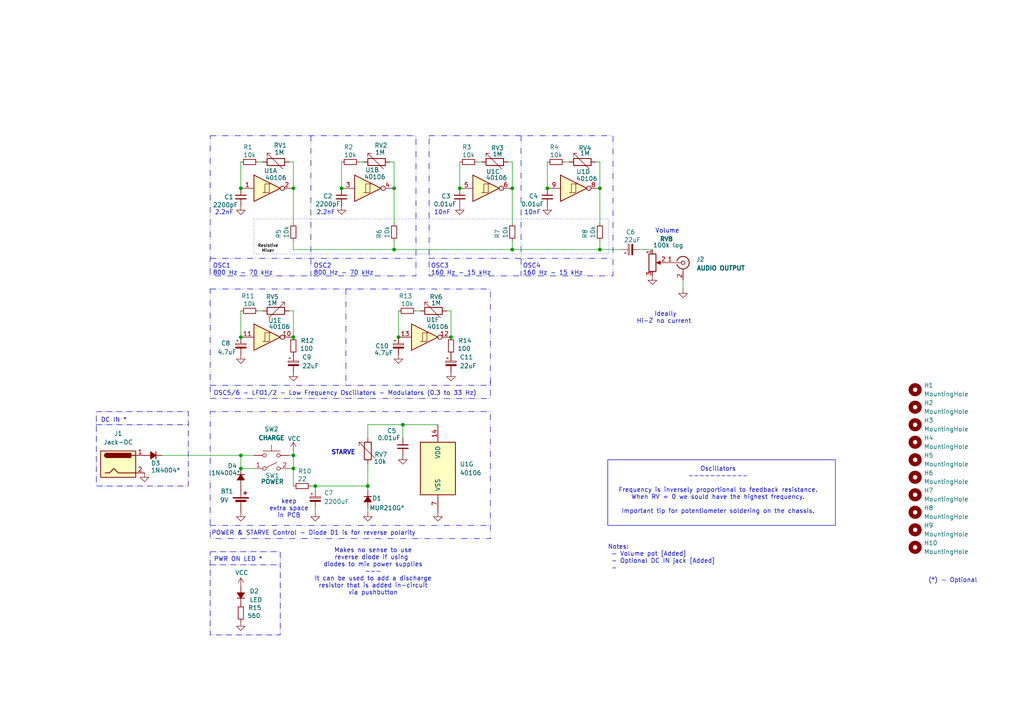
<source format=kicad_sch>
(kicad_sch (version 20250114) (generator "eeschema") (generator_version "9.0")
  (paper "A4")
  (title_block (title "CACOPHONATOR 1.1") (date "2025-01-11") (rev "1.1") (company "#pragma") (comment 1 "Miguel Miranda | Tiago Miranda") (comment 2 "https://theremin.us/Circuit_Library/cacophonator.html") (comment 3 "Original version"))
  (lib_symbols
    (symbol "4xxx:40106" (pin_names (offset 1.016))
      (property "Reference" "U" (at 0 1.27 0))
      (property "Value" "40106" (at 0 -1.27 0))
      (symbol "40106_1_0"
        (polyline (pts (xy -3.81 3.81) (xy -3.81 -3.81) (xy 3.81 0) (xy -3.81 3.81)) (stroke (width 0.254)) (fill (type background)))
        (polyline (pts (xy -1.27 -1.27) (xy 0.635 -1.27) (xy 0.635 1.27) (xy 1.27 1.27)))
        (polyline (pts (xy -0.635 -1.27) (xy -0.635 1.27) (xy 0.635 1.27)))
        (pin input line (at -7.62 0 0) (length 3.81) (name "~") (number "1"))
        (pin output inverted (at 7.62 0 180) (length 3.81) (name "~") (number "2"))
      )
      (symbol "40106_2_0"
        (polyline (pts (xy -3.81 3.81) (xy -3.81 -3.81) (xy 3.81 0) (xy -3.81 3.81)) (stroke (width 0.254)) (fill (type background)))
        (polyline (pts (xy -1.27 -1.27) (xy 0.635 -1.27) (xy 0.635 1.27) (xy 1.27 1.27)))
        (polyline (pts (xy -0.635 -1.27) (xy -0.635 1.27) (xy 0.635 1.27)))
        (pin input line (at -7.62 0 0) (length 3.81) (name "~") (number "3"))
        (pin output inverted (at 7.62 0 180) (length 3.81) (name "~") (number "4"))
      )
      (symbol "40106_3_0"
        (polyline (pts (xy -3.81 3.81) (xy -3.81 -3.81) (xy 3.81 0) (xy -3.81 3.81)) (stroke (width 0.254)) (fill (type background)))
        (polyline (pts (xy -1.27 -1.27) (xy 0.635 -1.27) (xy 0.635 1.27) (xy 1.27 1.27)))
        (polyline (pts (xy -0.635 -1.27) (xy -0.635 1.27) (xy 0.635 1.27)))
        (pin input line (at -7.62 0 0) (length 3.81) (name "~") (number "5"))
        (pin output inverted (at 7.62 0 180) (length 3.81) (name "~") (number "6"))
      )
      (symbol "40106_4_0"
        (polyline (pts (xy -3.81 3.81) (xy -3.81 -3.81) (xy 3.81 0) (xy -3.81 3.81)) (stroke (width 0.254)) (fill (type background)))
        (polyline (pts (xy -1.27 -1.27) (xy 0.635 -1.27) (xy 0.635 1.27) (xy 1.27 1.27)))
        (polyline (pts (xy -0.635 -1.27) (xy -0.635 1.27) (xy 0.635 1.27)))
        (pin input line (at -7.62 0 0) (length 3.81) (name "~") (number "9"))
        (pin output inverted (at 7.62 0 180) (length 3.81) (name "~") (number "8"))
      )
      (symbol "40106_5_0"
        (polyline (pts (xy -3.81 3.81) (xy -3.81 -3.81) (xy 3.81 0) (xy -3.81 3.81)) (stroke (width 0.254)) (fill (type background)))
        (polyline (pts (xy -1.27 -1.27) (xy 0.635 -1.27) (xy 0.635 1.27) (xy 1.27 1.27)))
        (polyline (pts (xy -0.635 -1.27) (xy -0.635 1.27) (xy 0.635 1.27)))
        (pin input line (at -7.62 0 0) (length 3.81) (name "~") (number "11"))
        (pin output inverted (at 7.62 0 180) (length 3.81) (name "~") (number "10"))
      )
      (symbol "40106_6_0"
        (polyline (pts (xy -3.81 3.81) (xy -3.81 -3.81) (xy 3.81 0) (xy -3.81 3.81)) (stroke (width 0.254)) (fill (type background)))
        (polyline (pts (xy -1.27 -1.27) (xy 0.635 -1.27) (xy 0.635 1.27) (xy 1.27 1.27)))
        (polyline (pts (xy -0.635 -1.27) (xy -0.635 1.27) (xy 0.635 1.27)))
        (pin input line (at -7.62 0 0) (length 3.81) (name "~") (number "13"))
        (pin output inverted (at 7.62 0 180) (length 3.81) (name "~") (number "12"))
      )
      (symbol "40106_7_0"
        (pin power_in line (at 0 12.7 270) (length 5.08) (name "VDD") (number "14"))
        (pin power_in line (at 0 -12.7 90) (length 5.08) (name "VSS") (number "7"))
      )
      (symbol "40106_7_1"
        (rectangle (start -5.08 7.62) (end 5.08 -7.62) (stroke (width 0.254)) (fill (type background)))
      )
    )
    (symbol "Connector:Conn_Coaxial" (pin_names (offset 1.016) (hide yes))
      (property "Reference" "J" (at 0.254 3.048 0))
      (property "Value" "Conn_Coaxial" (at 2.921 0 90))
      (symbol "Conn_Coaxial_0_1"
        (polyline (pts (xy -2.54 0) (xy -0.508 0)))
        (arc (start 1.778 0) (mid 0.222 -1.8079) (end -1.778 -0.508) (stroke (width 0.254)))
        (arc (start -1.778 0.508) (mid 0.2221 1.8084) (end 1.778 0) (stroke (width 0.254)))
        (circle (center 0 0) (radius 0.508) (stroke (width 0.2032)))
        (polyline (pts (xy 0 -2.54) (xy 0 -1.778)))
      )
      (symbol "Conn_Coaxial_1_1"
        (pin passive line (at -5.08 0 0) (length 2.54) (name "In") (number "1"))
        (pin passive line (at 0 -5.08 90) (length 2.54) (name "Ext") (number "2"))
      )
    )
    (symbol "Connector:Jack-DC" (pin_names (offset 1.016))
      (property "Reference" "J" (at 0 5.334 0))
      (property "Value" "Jack-DC" (at 0 -5.08 0))
      (symbol "Jack-DC_0_1"
        (rectangle (start -5.08 3.81) (end 5.08 -3.81) (stroke (width 0.254)) (fill (type background)))
        (polyline (pts (xy -3.81 -2.54) (xy -2.54 -2.54) (xy -1.27 -1.27) (xy 0 -2.54) (xy 2.54 -2.54) (xy 5.08 -2.54)) (stroke (width 0.254)))
        (arc (start -3.302 1.905) (mid -3.9343 2.54) (end -3.302 3.175) (stroke (width 0.254)))
        (arc (start -3.302 1.905) (mid -3.9343 2.54) (end -3.302 3.175) (stroke (width 0.254)) (fill (type outline)))
        (rectangle (start 3.683 3.175) (end -3.302 1.905) (stroke (width 0.254)) (fill (type outline)))
        (polyline (pts (xy 5.08 2.54) (xy 3.81 2.54)) (stroke (width 0.254)))
      )
      (symbol "Jack-DC_1_1"
        (pin passive line (at 7.62 2.54 180) (length 2.54) (name "~") (number "1"))
        (pin passive line (at 7.62 -2.54 180) (length 2.54) (name "~") (number "2"))
      )
    )
    (symbol "Device:Battery_Cell" (pin_numbers (hide yes)) (pin_names (offset 0) (hide yes))
      (property "Reference" "BT" (at 2.54 2.54 0))
      (property "Value" "Battery_Cell" (at 2.54 0 0))
      (symbol "Battery_Cell_0_1"
        (rectangle (start -2.286 1.778) (end 2.286 1.524) (fill (type outline)))
        (rectangle (start -1.524 1.016) (end 1.524 0.508) (fill (type outline)))
        (polyline (pts (xy 0 1.778) (xy 0 2.54)))
        (polyline (pts (xy 0 0.762) (xy 0 0)))
        (polyline (pts (xy 0.762 3.048) (xy 1.778 3.048)) (stroke (width 0.254)))
        (polyline (pts (xy 1.27 3.556) (xy 1.27 2.54)) (stroke (width 0.254)))
      )
      (symbol "Battery_Cell_1_1"
        (pin passive line (at 0 5.08 270) (length 2.54) (name "+") (number "1"))
        (pin passive line (at 0 -2.54 90) (length 2.54) (name "-") (number "2"))
      )
    )
    (symbol "Device:C_Polarized_Small" (pin_numbers (hide yes)) (pin_names (offset 0.254) (hide yes))
      (property "Reference" "C" (at 0.254 1.778 0))
      (property "Value" "C_Polarized_Small" (at 0.254 -2.032 0))
      (symbol "C_Polarized_Small_0_1"
        (rectangle (start -1.524 0.6858) (end 1.524 0.3048))
        (rectangle (start -1.524 -0.3048) (end 1.524 -0.6858) (fill (type outline)))
        (polyline (pts (xy -1.27 1.524) (xy -0.762 1.524)))
        (polyline (pts (xy -1.016 1.27) (xy -1.016 1.778)))
      )
      (symbol "C_Polarized_Small_1_1"
        (pin passive line (at 0 2.54 270) (length 1.8542) (name "~") (number "1"))
        (pin passive line (at 0 -2.54 90) (length 1.8542) (name "~") (number "2"))
      )
    )
    (symbol "Device:C_Small" (pin_numbers (hide yes)) (pin_names (offset 0.254) (hide yes))
      (property "Reference" "C" (at 0.254 1.778 0))
      (property "Value" "C_Small" (at 0.254 -2.032 0))
      (symbol "C_Small_0_1"
        (polyline (pts (xy -1.524 0.508) (xy 1.524 0.508)) (stroke (width 0.3048)))
        (polyline (pts (xy -1.524 -0.508) (xy 1.524 -0.508)) (stroke (width 0.3302)))
      )
      (symbol "C_Small_1_1"
        (pin passive line (at 0 2.54 270) (length 2.032) (name "~") (number "1"))
        (pin passive line (at 0 -2.54 90) (length 2.032) (name "~") (number "2"))
      )
    )
    (symbol "Device:D_Small_Filled" (pin_numbers (hide yes)) (pin_names (offset 0.254) (hide yes))
      (property "Reference" "D" (at -1.27 2.032 0))
      (property "Value" "D_Small_Filled" (at -3.81 -2.032 0))
      (symbol "D_Small_Filled_0_1"
        (polyline (pts (xy -0.762 0) (xy 0.762 0)))
        (polyline (pts (xy -0.762 -1.016) (xy -0.762 1.016)) (stroke (width 0.254)))
        (polyline (pts (xy 0.762 -1.016) (xy -0.762 0) (xy 0.762 1.016) (xy 0.762 -1.016)) (stroke (width 0.254)) (fill (type outline)))
      )
      (symbol "D_Small_Filled_1_1"
        (pin passive line (at -2.54 0 0) (length 1.778) (name "K") (number "1"))
        (pin passive line (at 2.54 0 180) (length 1.778) (name "A") (number "2"))
      )
    )
    (symbol "Device:R_Potentiometer" (pin_names (offset 1.016) (hide yes))
      (property "Reference" "RV" (at -4.445 0 90))
      (property "Value" "R_Potentiometer" (at -2.54 0 90))
      (symbol "R_Potentiometer_0_1"
        (rectangle (start 1.016 2.54) (end -1.016 -2.54) (stroke (width 0.254)))
        (polyline (pts (xy 1.143 0) (xy 2.286 0.508) (xy 2.286 -0.508) (xy 1.143 0)) (fill (type outline)))
        (polyline (pts (xy 2.54 0) (xy 1.524 0)))
      )
      (symbol "R_Potentiometer_1_1"
        (pin passive line (at 0 3.81 270) (length 1.27) (name "1") (number "1"))
        (pin passive line (at 0 -3.81 90) (length 1.27) (name "3") (number "3"))
        (pin passive line (at 3.81 0 180) (length 1.27) (name "2") (number "2"))
      )
    )
    (symbol "Device:R_Small" (pin_numbers (hide yes)) (pin_names (offset 0.254) (hide yes))
      (property "Reference" "R" (at 0.762 0.508 0))
      (property "Value" "R_Small" (at 0.762 -1.016 0))
      (symbol "R_Small_0_1"
        (rectangle (start -0.762 1.778) (end 0.762 -1.778) (stroke (width 0.2032)))
      )
      (symbol "R_Small_1_1"
        (pin passive line (at 0 2.54 270) (length 0.762) (name "~") (number "1"))
        (pin passive line (at 0 -2.54 90) (length 0.762) (name "~") (number "2"))
      )
    )
    (symbol "Device:R_Variable" (pin_numbers (hide yes)) (pin_names (offset 0))
      (property "Reference" "R" (at 2.54 -2.54 90))
      (property "Value" "R_Variable" (at -2.54 -1.27 90))
      (symbol "R_Variable_0_1"
        (rectangle (start -1.016 -2.54) (end 1.016 2.54) (stroke (width 0.254)))
        (polyline (pts (xy 2.54 1.524) (xy 2.54 2.54) (xy 1.524 2.54) (xy 2.54 2.54) (xy -2.032 -2.032)))
      )
      (symbol "R_Variable_1_1"
        (pin passive line (at 0 3.81 270) (length 1.27) (name "~") (number "1"))
        (pin passive line (at 0 -3.81 90) (length 1.27) (name "~") (number "2"))
      )
    )
    (symbol "Mechanical:MountingHole" (pin_names (offset 1.016)) (exclude_from_sim yes) (in_bom no)
      (property "Reference" "H" (at 0 5.08 0))
      (property "Value" "MountingHole" (at 0 3.175 0))
      (symbol "MountingHole_0_1"
        (circle (center 0 0) (radius 1.27) (stroke (width 1.27)))
      )
    )
    (symbol "Switch:SW_Push" (pin_numbers (hide yes)) (pin_names (offset 1.016) (hide yes))
      (property "Reference" "SW" (at 1.27 2.54 0))
      (property "Value" "SW_Push" (at 0 -1.524 0))
      (symbol "SW_Push_0_1"
        (circle (center -2.032 0) (radius 0.508))
        (polyline (pts (xy 0 1.27) (xy 0 3.048)))
        (circle (center 2.032 0) (radius 0.508))
        (polyline (pts (xy 2.54 1.27) (xy -2.54 1.27)))
        (pin passive line (at -5.08 0 0) (length 2.54) (name "1") (number "1"))
        (pin passive line (at 5.08 0 180) (length 2.54) (name "2") (number "2"))
      )
    )
    (symbol "Switch:SW_SPST" (pin_names (offset 0) (hide yes))
      (property "Reference" "SW" (at 0 3.175 0))
      (property "Value" "SW_SPST" (at 0 -2.54 0))
      (symbol "SW_SPST_0_0"
        (circle (center -2.032 0) (radius 0.508))
        (polyline (pts (xy -1.524 0.254) (xy 1.524 1.778)))
        (circle (center 2.032 0) (radius 0.508))
      )
      (symbol "SW_SPST_1_1"
        (pin passive line (at -5.08 0 0) (length 2.54) (name "A") (number "1"))
        (pin passive line (at 5.08 0 180) (length 2.54) (name "B") (number "2"))
      )
    )
    (symbol "power:GND" (power) (pin_numbers (hide yes)) (pin_names (offset 0) (hide yes))
      (property "Value" "GND" (at 0 -3.81 0))
      (symbol "GND_0_1"
        (polyline (pts (xy 0 0) (xy 0 -1.27) (xy 1.27 -1.27) (xy 0 -2.54) (xy -1.27 -1.27) (xy 0 -1.27)))
      )
      (symbol "GND_1_1"
        (pin power_in line (at 0 0 270) (length 0) (name "~") (number "1"))
      )
    )
    (symbol "power:VCC" (power) (pin_numbers (hide yes)) (pin_names (offset 0) (hide yes))
      (property "Value" "VCC" (at 0 3.556 0))
      (symbol "VCC_0_1"
        (polyline (pts (xy -0.762 1.27) (xy 0 2.54)))
        (polyline (pts (xy 0 2.54) (xy 0.762 1.27)))
        (polyline (pts (xy 0 0) (xy 0 2.54)))
      )
      (symbol "VCC_1_1"
        (pin power_in line (at 0 0 90) (length 0) (name "~") (number "1"))
      )
    )
  )
  (rectangle (start 176.276 133.35) (end 242.316 152.4))
  (rectangle (start 60.96 119.38) (end 142.24 156.21) (stroke (width 0) (type dash_dot_dot)))
  (rectangle (start 27.94 119.38) (end 54.61 140.97) (stroke (width 0) (type dash_dot)))
  (rectangle (start 60.96 160.02) (end 81.28 184.15) (stroke (width 0) (type dash_dot)))
  (rectangle (start 124.46 39.37) (end 177.8 80.01) (stroke (width 0) (type dash_dot_dot)))
  (rectangle (start 60.96 39.37) (end 120.65 80.01) (stroke (width 0) (type dash_dot_dot)))
  (rectangle (start 73.66 63.5) (end 176.53 73.66) (stroke (width 0) (type dot)))
  (text "Oscillators\n-----------\n\nFrequency is inversely proportional to feedback resistance.\nWhen RV = 0 we sould have the highest frequency.\n\nImportant tip for potentiometer soldering on the chassis." (at 208.28 142.24 0) (effects (font (size 1.27 1.27))))
  (text "OSC4\n160 Hz - 15 kHz" (at 151.638 78.232 0) (effects (font (size 1.27 1.27)) (justify left)))
  (text "Volume" (at 193.548 67.056 0) (effects (font (size 1.27 1.27) (thickness 0.1588))))
  (text "10nF" (at 154.432 61.722 0) (effects (font (size 1.27 1.27))))
  (text "Ideally\nHi-Z no current " (at 193.04 92.202 0) (effects (font (size 1.27 1.27))))
  (text "10nF" (at 128.27 61.722 0) (effects (font (size 1.27 1.27))))
  (text "POWER & STARVE Control - Diode D1 is for reverse polarity" (at 90.932 154.686 0) (effects (font (size 1.27 1.27))))
  (text "2.2nF" (at 65.024 61.722 0) (effects (font (size 1.27 1.27))))
  (text "(*) - Optional" (at 276.352 168.402 0) (effects (font (size 1.27 1.27))))
  (text "Resistive\nMixer" (at 77.724 72.136 0) (effects (font (size 0.889 0.889))))
  (text "DC IN *" (at 33.02 121.92 0) (effects (font (size 1.27 1.27))))
  (text "STARVE" (at 99.568 131.318 0) (effects (font (size 1.27 1.27) (thickness 0.254) (bold yes))))
  (text "keep\nextra space\nin PCB" (at 83.82 147.574 0) (effects (font (size 1.27 1.27))))
  (text "Makes no sense to use\nreverse diode if using \ndiodes to mix power supplies\n---\nIt can be used to add a discharge\nresistor that is added in-circuit\nvia pushbutton" (at 108.204 165.862 0) (effects (font (size 1.27 1.27))))
  (text "PWR ON LED *" (at 69.088 162.306 0) (effects (font (size 1.27 1.27))))
  (text "OSC1\n800 Hz - 70 kHz" (at 61.722 78.232 0) (effects (font (size 1.27 1.27)) (justify left)))
  (text "Notes:\n - Volume pot [Added]\n - Optional DC IN jack [Added]\n - " (at 176.276 161.798 0) (effects (font (size 1.27 1.27)) (justify left)))
  (text "OSC3\n160 Hz - 15 kHz" (at 124.968 78.232 0) (effects (font (size 1.27 1.27)) (justify left)))
  (text "OSC2\n800 Hz - 70 kHz" (at 90.932 78.232 0) (effects (font (size 1.27 1.27)) (justify left)))
  (text "2.2nF" (at 94.488 61.722 0) (effects (font (size 1.27 1.27))))
  (text_box "\nOSC5/6 - LFO1/2 - Low Frequency Oscillators - Modulators (0.3 to 33 Hz)" (at 60.96 83.82 0) (size 81.28 31.75) (margins 0.9525 0.9525 0.9525 0.9525) (stroke (width 0) (type dash_dot_dot)) (effects (font (size 1.27 1.27)) (justify left bottom)))
  (junction (at 91.44 140.97))
  (junction (at 106.68 140.97))
  (junction (at 114.3 54.61))
  (junction (at 69.85 135.89))
  (junction (at 85.09 135.89))
  (junction (at 85.09 54.61))
  (junction (at 148.59 54.61))
  (junction (at 69.85 132.08))
  (junction (at 130.81 97.79))
  (junction (at 133.35 54.61))
  (junction (at 69.85 54.61))
  (junction (at 148.59 72.39))
  (junction (at 115.57 97.79))
  (junction (at 158.75 54.61))
  (junction (at 85.09 97.79))
  (junction (at 99.06 54.61))
  (junction (at 85.09 132.08))
  (junction (at 173.99 72.39))
  (junction (at 114.3 72.39))
  (junction (at 116.84 123.19))
  (junction (at 69.85 97.79))
  (junction (at 173.99 54.61))
  (wire (pts (xy 106.68 147.32) (xy 106.68 148.59)))
  (wire (pts (xy 91.44 140.97) (xy 91.44 142.24)))
  (wire (pts (xy 114.3 72.39) (xy 85.09 72.39)))
  (polyline (pts (xy 151.13 39.37) (xy 151.13 80.01)) (stroke (width 0) (type dash_dot_dot)))
  (wire (pts (xy 85.09 54.61) (xy 85.09 64.77)))
  (wire (pts (xy 198.12 81.28) (xy 198.12 83.82)))
  (wire (pts (xy 106.68 134.62) (xy 106.68 140.97)))
  (wire (pts (xy 90.17 140.97) (xy 91.44 140.97)))
  (wire (pts (xy 74.93 46.99) (xy 76.2 46.99)))
  (wire (pts (xy 115.57 90.17) (xy 115.57 97.79)))
  (polyline (pts (xy 60.96 111.76) (xy 142.24 111.76)) (stroke (width 0) (type dash_dot_dot)))
  (wire (pts (xy 133.35 46.99) (xy 133.35 54.61)))
  (polyline (pts (xy 90.17 39.37) (xy 90.17 80.01)) (stroke (width 0) (type dash_dot_dot)))
  (wire (pts (xy 116.84 123.19) (xy 127 123.19)))
  (wire (pts (xy 69.85 132.08) (xy 73.66 132.08)))
  (wire (pts (xy 158.75 46.99) (xy 158.75 54.61)))
  (wire (pts (xy 148.59 46.99) (xy 148.59 54.61)))
  (wire (pts (xy 114.3 72.39) (xy 148.59 72.39)))
  (wire (pts (xy 148.59 69.85) (xy 148.59 72.39)))
  (polyline (pts (xy 60.96 163.83) (xy 81.28 163.83)) (stroke (width 0) (type dash_dot)))
  (wire (pts (xy 116.84 123.19) (xy 106.68 123.19)))
  (wire (pts (xy 130.81 90.17) (xy 130.81 97.79)))
  (polyline (pts (xy 27.94 123.19) (xy 54.61 123.19)) (stroke (width 0) (type dash_dot)))
  (wire (pts (xy 85.09 46.99) (xy 85.09 54.61)))
  (wire (pts (xy 69.85 90.17) (xy 69.85 97.79)))
  (wire (pts (xy 85.09 90.17) (xy 85.09 97.79)))
  (wire (pts (xy 99.06 46.99) (xy 99.06 54.61)))
  (wire (pts (xy 120.65 90.17) (xy 121.92 90.17)))
  (wire (pts (xy 173.99 72.39) (xy 180.34 72.39)))
  (wire (pts (xy 85.09 132.08) (xy 85.09 135.89)))
  (wire (pts (xy 163.83 46.99) (xy 165.1 46.99)))
  (wire (pts (xy 85.09 130.81) (xy 85.09 132.08)))
  (wire (pts (xy 106.68 142.24) (xy 106.68 140.97)))
  (wire (pts (xy 173.99 54.61) (xy 173.99 64.77)))
  (wire (pts (xy 83.82 132.08) (xy 85.09 132.08)))
  (polyline (pts (xy 124.46 74.93) (xy 177.8 74.93)) (stroke (width 0) (type dash_dot_dot)))
  (wire (pts (xy 173.99 69.85) (xy 173.99 72.39)))
  (wire (pts (xy 114.3 54.61) (xy 114.3 64.77)))
  (wire (pts (xy 104.14 46.99) (xy 105.41 46.99)))
  (polyline (pts (xy 100.33 83.82) (xy 100.33 111.76)) (stroke (width 0) (type dash_dot_dot)))
  (wire (pts (xy 129.54 90.17) (xy 130.81 90.17)))
  (wire (pts (xy 116.84 123.19) (xy 116.84 127)))
  (wire (pts (xy 85.09 72.39) (xy 85.09 69.85)))
  (wire (pts (xy 69.85 132.08) (xy 69.85 135.89)))
  (wire (pts (xy 138.43 46.99) (xy 139.7 46.99)))
  (wire (pts (xy 172.72 46.99) (xy 173.99 46.99)))
  (wire (pts (xy 106.68 123.19) (xy 106.68 127)))
  (polyline (pts (xy 60.96 74.93) (xy 120.65 74.93)) (stroke (width 0) (type dash_dot_dot)))
  (wire (pts (xy 173.99 72.39) (xy 148.59 72.39)))
  (wire (pts (xy 46.99 132.08) (xy 69.85 132.08)))
  (wire (pts (xy 173.99 46.99) (xy 173.99 54.61)))
  (wire (pts (xy 83.82 90.17) (xy 85.09 90.17)))
  (wire (pts (xy 91.44 140.97) (xy 106.68 140.97)))
  (wire (pts (xy 83.82 46.99) (xy 85.09 46.99)))
  (wire (pts (xy 185.42 72.39) (xy 189.23 72.39)))
  (wire (pts (xy 91.44 147.32) (xy 91.44 148.59)))
  (polyline (pts (xy 60.96 152.4) (xy 142.24 152.4)) (stroke (width 0) (type dash_dot_dot)))
  (wire (pts (xy 147.32 46.99) (xy 148.59 46.99)))
  (polyline (pts (xy 142.24 110.49) (xy 142.24 111.76)))
  (wire (pts (xy 148.59 54.61) (xy 148.59 64.77)))
  (wire (pts (xy 114.3 46.99) (xy 114.3 54.61)))
  (wire (pts (xy 85.09 135.89) (xy 85.09 140.97)))
  (wire (pts (xy 113.03 46.99) (xy 114.3 46.99)))
  (wire (pts (xy 74.93 90.17) (xy 76.2 90.17)))
  (wire (pts (xy 69.85 135.89) (xy 73.66 135.89)))
  (wire (pts (xy 83.82 135.89) (xy 85.09 135.89)))
  (wire (pts (xy 69.85 46.99) (xy 69.85 54.61)))
  (wire (pts (xy 114.3 69.85) (xy 114.3 72.39)))
  (symbol (lib_id "Device:C_Polarized_Small") (at 182.88 72.39 90) (unit 1)
    (property "Reference" "C6" (at 182.88 67.31 90))
    (property "Value" "22uF" (at 183.388 69.596 90))
    (property "Footprint" "Capacitor_THT:CP_Radial_D4.0mm_P2.00mm" (effects (hide yes)))
    (property "Description" "Polarized capacitor, small symbol" (effects (hide yes)))
  )
  (symbol (lib_id "Mechanical:MountingHole") (at 265.43 123.19 0) (unit 1) (exclude_from_sim yes) (in_bom no)
    (property "Reference" "H3" (at 267.97 121.9199 0) (effects (justify left)))
    (property "Value" "MountingHole" (at 267.97 124.4599 0) (effects (justify left)))
    (property "Footprint" "MountingHole:MountingHole_3.2mm_M3_ISO7380_Pad" (effects (hide yes)))
    (property "Description" "Mounting Hole without connection" (effects (hide yes)))
  )
  (symbol (lib_id "Device:D_Small_Filled") (at 44.45 132.08 180) (unit 1)
    (property "Reference" "D3" (at 46.482 134.366 0) (effects (justify left)))
    (property "Value" "1N4004*" (at 52.324 136.398 0) (effects (justify left)))
    (property "Footprint" "Diode_THT:D_DO-35_SOD27_P7.62mm_Horizontal" (effects (hide yes)))
    (property "Description" "Diode, small symbol, filled shape" (effects (hide yes)))
    (property "Sim.Device" "D" (effects (hide yes)))
    (property "Sim.Pins" "1=K 2=A" (effects (hide yes)))
  )
  (symbol (lib_id "Device:R_Small") (at 85.09 100.33 180) (unit 1)
    (property "Reference" "R12" (at 89.154 98.806 0))
    (property "Value" "100" (at 88.9 101.092 0))
    (property "Footprint" "Resistor_THT:R_Axial_DIN0204_L3.6mm_D1.6mm_P5.08mm_Horizontal" (effects (hide yes)))
    (property "Description" "Resistor, small symbol" (effects (hide yes)))
  )
  (symbol (lib_id "Device:R_Small") (at 118.11 90.17 90) (unit 1)
    (property "Reference" "R13" (at 117.602 85.852 90))
    (property "Value" "10k" (at 118.11 88.138 90))
    (property "Footprint" "Resistor_THT:R_Axial_DIN0204_L3.6mm_D1.6mm_P5.08mm_Horizontal" (effects (hide yes)))
    (property "Description" "Resistor, small symbol" (effects (hide yes)))
  )
  (symbol (lib_id "Device:R_Small") (at 135.89 46.99 90) (unit 1)
    (property "Reference" "R3" (at 135.382 42.672 90))
    (property "Value" "10k" (at 135.89 44.958 90))
    (property "Footprint" "Resistor_THT:R_Axial_DIN0204_L3.6mm_D1.6mm_P5.08mm_Horizontal" (effects (hide yes)))
    (property "Description" "Resistor, small symbol" (effects (hide yes)))
  )
  (symbol (lib_id "Device:R_Small") (at 101.6 46.99 90) (unit 1)
    (property "Reference" "R2" (at 101.092 42.672 90))
    (property "Value" "10k" (at 101.6 44.958 90))
    (property "Footprint" "Resistor_THT:R_Axial_DIN0204_L3.6mm_D1.6mm_P5.08mm_Horizontal" (effects (hide yes)))
    (property "Description" "Resistor, small symbol" (effects (hide yes)))
  )
  (symbol (lib_id "Device:R_Small") (at 72.39 90.17 90) (unit 1)
    (property "Reference" "R11" (at 71.882 85.852 90))
    (property "Value" "10k" (at 72.39 88.138 90))
    (property "Footprint" "Resistor_THT:R_Axial_DIN0204_L3.6mm_D1.6mm_P5.08mm_Horizontal" (effects (hide yes)))
    (property "Description" "Resistor, small symbol" (effects (hide yes)))
  )
  (symbol (lib_id "power:GND") (at 106.68 148.59 0) (unit 1)
    (property "Reference" "#PWR011" (effects (hide yes)))
    (property "Value" "GND" (effects (hide yes)))
    (property "Description" "Power symbol creates a global label with name \"GND\" , ground" (effects (hide yes)))
  )
  (symbol (lib_id "Device:R_Small") (at 69.85 177.8 180) (unit 1)
    (property "Reference" "R15" (at 73.914 176.276 0))
    (property "Value" "560" (at 73.66 178.562 0))
    (property "Footprint" "Resistor_THT:R_Axial_DIN0204_L3.6mm_D1.6mm_P5.08mm_Horizontal" (effects (hide yes)))
    (property "Description" "Resistor, small symbol" (effects (hide yes)))
  )
  (symbol (lib_id "Device:R_Small") (at 173.99 67.31 180) (unit 1)
    (property "Reference" "R8" (at 169.672 67.818 90))
    (property "Value" "10k" (at 171.958 67.31 90))
    (property "Footprint" "Resistor_THT:R_Axial_DIN0204_L3.6mm_D1.6mm_P5.08mm_Horizontal" (effects (hide yes)))
    (property "Description" "Resistor, small symbol" (effects (hide yes)))
  )
  (symbol (lib_id "Device:R_Small") (at 130.81 100.33 180) (unit 1)
    (property "Reference" "R14" (at 134.874 98.806 0))
    (property "Value" "100" (at 134.62 101.092 0))
    (property "Footprint" "Resistor_THT:R_Axial_DIN0204_L3.6mm_D1.6mm_P5.08mm_Horizontal" (effects (hide yes)))
    (property "Description" "Resistor, small symbol" (effects (hide yes)))
  )
  (symbol (lib_id "Device:R_Small") (at 85.09 67.31 180) (unit 1)
    (property "Reference" "R5" (at 80.772 67.818 90))
    (property "Value" "10k" (at 83.058 67.31 90))
    (property "Footprint" "Resistor_THT:R_Axial_DIN0204_L3.6mm_D1.6mm_P5.08mm_Horizontal" (effects (hide yes)))
    (property "Description" "Resistor, small symbol" (effects (hide yes)))
  )
  (symbol (lib_id "Device:C_Small") (at 69.85 57.15 0) (unit 1)
    (property "Reference" "C1" (at 65.024 57.15 0) (effects (justify left)))
    (property "Value" "2200pF" (at 61.722 59.436 0) (effects (justify left)))
    (property "Footprint" "Capacitor_THT:C_Disc_D7.0mm_W2.5mm_P5.00mm" (effects (hide yes)))
    (property "Description" "Unpolarized capacitor, small symbol" (effects (hide yes)))
  )
  (symbol (lib_id "Device:Battery_Cell") (at 69.85 146.05 0) (unit 1)
    (property "Reference" "BT1" (at 64.008 142.494 0) (effects (justify left)))
    (property "Value" "9V" (at 63.754 145.034 0) (effects (justify left)))
    (property "Footprint" "Connector_JST:JST_PH_B2B-PH-K_1x02_P2.00mm_Vertical" (effects (hide yes)))
    (property "Description" "Single-cell battery" (effects (hide yes)))
  )
  (symbol (lib_id "power:GND") (at 115.57 102.87 0) (unit 1)
    (property "Reference" "#PWR06" (effects (hide yes)))
    (property "Value" "GND" (effects (hide yes)))
    (property "Description" "Power symbol creates a global label with name \"GND\" , ground" (effects (hide yes)))
  )
  (symbol (lib_id "Device:C_Small") (at 158.75 57.15 0) (unit 1)
    (property "Reference" "C4" (at 153.416 56.896 0) (effects (justify left)))
    (property "Value" "0.01uF" (at 151.13 59.182 0) (effects (justify left)))
    (property "Footprint" "Capacitor_THT:C_Disc_D7.0mm_W2.5mm_P5.00mm" (effects (hide yes)))
    (property "Description" "Unpolarized capacitor, small symbol" (effects (hide yes)))
  )
  (symbol (lib_id "Mechanical:MountingHole") (at 265.43 158.75 0) (unit 1) (exclude_from_sim yes) (in_bom no)
    (property "Reference" "H10" (at 267.97 157.4799 0) (effects (justify left)))
    (property "Value" "MountingHole" (at 267.97 160.0199 0) (effects (justify left)))
    (property "Footprint" "MountingHole:MountingHole_3.2mm_M3_ISO7380_Pad" (effects (hide yes)))
    (property "Description" "Mounting Hole without connection" (effects (hide yes)))
  )
  (symbol (lib_id "Switch:SW_SPST") (at 78.74 135.89 0) (unit 1)
    (property "Reference" "SW1" (at 78.994 137.922 0))
    (property "Value" "POWER" (at 78.994 139.7 0) (effects (font (thickness 0.254) (bold yes))))
    (property "Footprint" "Connector_JST:JST_PH_B2B-PH-K_1x02_P2.00mm_Vertical" (effects (hide yes)))
    (property "Description" "Single Pole Single Throw (SPST) switch" (effects (hide yes)))
  )
  (symbol (lib_id "power:GND") (at 69.85 148.59 0) (unit 1)
    (property "Reference" "#PWR09" (effects (hide yes)))
    (property "Value" "GND" (effects (hide yes)))
    (property "Description" "Power symbol creates a global label with name \"GND\" , ground" (effects (hide yes)))
  )
  (symbol (lib_id "power:GND") (at 69.85 59.69 0) (unit 1)
    (property "Reference" "#PWR01" (effects (hide yes)))
    (property "Value" "GND" (effects (hide yes)))
    (property "Description" "Power symbol creates a global label with name \"GND\" , ground" (effects (hide yes)))
  )
  (symbol (lib_id "Device:R_Small") (at 148.59 67.31 180) (unit 1)
    (property "Reference" "R7" (at 144.272 67.818 90))
    (property "Value" "10k" (at 146.558 67.31 90))
    (property "Footprint" "Resistor_THT:R_Axial_DIN0204_L3.6mm_D1.6mm_P5.08mm_Horizontal" (effects (hide yes)))
    (property "Description" "Resistor, small symbol" (effects (hide yes)))
  )
  (symbol (lib_id "power:VCC") (at 69.85 170.18 0) (unit 1)
    (property "Reference" "#PWR018" (effects (hide yes)))
    (property "Value" "VCC" (at 70.104 166.116 0))
    (property "Description" "Power symbol creates a global label with name \"VCC\"" (effects (hide yes)))
  )
  (symbol (lib_id "Device:C_Small") (at 99.06 57.15 0) (unit 1)
    (property "Reference" "C2" (at 93.726 56.896 0) (effects (justify left)))
    (property "Value" "2200pF" (at 91.44 59.182 0) (effects (justify left)))
    (property "Footprint" "Capacitor_THT:C_Disc_D7.0mm_W2.5mm_P5.00mm" (effects (hide yes)))
    (property "Description" "Unpolarized capacitor, small symbol" (effects (hide yes)))
  )
  (symbol (lib_id "Device:C_Polarized_Small") (at 85.09 105.41 0) (unit 1)
    (property "Reference" "C9" (at 87.63 103.5938 0) (effects (justify left)))
    (property "Value" "22uF" (at 87.63 106.1338 0) (effects (justify left)))
    (property "Footprint" "Capacitor_THT:CP_Radial_D7.5mm_P2.50mm" (effects (hide yes)))
    (property "Description" "Polarized capacitor, small symbol" (effects (hide yes)))
  )
  (symbol (lib_id "Device:C_Polarized_Small") (at 91.44 144.78 0) (unit 1)
    (property "Reference" "C7" (at 93.98 142.9638 0) (effects (justify left)))
    (property "Value" "2200uF" (at 93.98 145.5038 0) (effects (justify left)))
    (property "Footprint" "Capacitor_THT:CP_Radial_D10.0mm_P5.00mm" (effects (hide yes)))
    (property "Description" "Polarized capacitor, small symbol" (effects (hide yes)))
  )
  (symbol (lib_id "4xxx:40106") (at 123.19 97.79 0) (unit 6)
    (property "Reference" "U1" (at 125.476 92.71 0))
    (property "Value" "40106" (at 127 94.742 0))
    (property "Footprint" "Package_DIP:DIP-14_W7.62mm" (effects (hide yes)))
    (property "Datasheet" "https://assets.nexperia.com/documents/data-sheet/HEF40106B.pdf" (effects (hide yes)))
    (property "Description" "Hex Schmitt trigger inverter" (effects (hide yes)))
  )
  (symbol (lib_id "Mechanical:MountingHole") (at 265.43 143.51 0) (unit 1) (exclude_from_sim yes) (in_bom no)
    (property "Reference" "H7" (at 267.97 142.2399 0) (effects (justify left)))
    (property "Value" "MountingHole" (at 267.97 144.7799 0) (effects (justify left)))
    (property "Footprint" "MountingHole:MountingHole_3.2mm_M3_ISO7380_Pad" (effects (hide yes)))
    (property "Description" "Mounting Hole without connection" (effects (hide yes)))
  )
  (symbol (lib_id "Connector:Jack-DC") (at 34.29 134.62 0) (unit 1)
    (property "Reference" "J1" (at 34.29 125.73 0))
    (property "Value" "Jack-DC" (at 34.29 128.27 0))
    (property "Footprint" "Connector_JST:JST_PH_B2B-PH-K_1x02_P2.00mm_Vertical" (effects (hide yes)))
    (property "Description" "DC Barrel Jack" (effects (hide yes)))
  )
  (symbol (lib_id "Device:R_Small") (at 161.29 46.99 90) (unit 1)
    (property "Reference" "R4" (at 160.782 42.672 90))
    (property "Value" "10k" (at 161.29 44.958 90))
    (property "Footprint" "Resistor_THT:R_Axial_DIN0204_L3.6mm_D1.6mm_P5.08mm_Horizontal" (effects (hide yes)))
    (property "Description" "Resistor, small symbol" (effects (hide yes)))
  )
  (symbol (lib_id "Device:C_Polarized_Small") (at 69.85 100.33 0) (unit 1)
    (property "Reference" "C8" (at 66.802 99.568 0) (effects (justify right)))
    (property "Value" "4.7uF" (at 68.58 102.108 0) (effects (justify right)))
    (property "Footprint" "Capacitor_THT:CP_Radial_D4.0mm_P2.00mm" (effects (hide yes)))
    (property "Description" "Polarized capacitor, small symbol" (effects (hide yes)))
  )
  (symbol (lib_id "power:GND") (at 91.44 148.59 0) (unit 1)
    (property "Reference" "#PWR010" (effects (hide yes)))
    (property "Value" "GND" (effects (hide yes)))
    (property "Description" "Power symbol creates a global label with name \"GND\" , ground" (effects (hide yes)))
  )
  (symbol (lib_id "Device:R_Small") (at 72.39 46.99 90) (unit 1)
    (property "Reference" "R1" (at 71.882 42.672 90))
    (property "Value" "10k" (at 72.39 44.958 90))
    (property "Footprint" "Resistor_THT:R_Axial_DIN0204_L3.6mm_D1.6mm_P5.08mm_Horizontal" (effects (hide yes)))
    (property "Description" "Resistor, small symbol" (effects (hide yes)))
  )
  (symbol (lib_id "4xxx:40106") (at 140.97 54.61 0) (unit 3)
    (property "Reference" "U1" (at 143.002 49.784 0))
    (property "Value" "40106" (at 144.018 51.562 0))
    (property "Footprint" "Package_DIP:DIP-14_W7.62mm" (effects (hide yes)))
    (property "Datasheet" "https://assets.nexperia.com/documents/data-sheet/HEF40106B.pdf" (effects (hide yes)))
    (property "Description" "Hex Schmitt trigger inverter" (effects (hide yes)))
  )
  (symbol (lib_id "Mechanical:MountingHole") (at 265.43 128.27 0) (unit 1) (exclude_from_sim yes) (in_bom no)
    (property "Reference" "H4" (at 267.97 126.9999 0) (effects (justify left)))
    (property "Value" "MountingHole" (at 267.97 129.5399 0) (effects (justify left)))
    (property "Footprint" "MountingHole:MountingHole_3.2mm_M3_ISO7380_Pad" (effects (hide yes)))
    (property "Description" "Mounting Hole without connection" (effects (hide yes)))
  )
  (symbol (lib_id "Device:R_Variable") (at 106.68 130.81 0) (mirror y) (unit 1)
    (property "Reference" "RV7" (at 110.49 131.826 0))
    (property "Value" "10k" (at 110.236 133.858 0))
    (property "Footprint" "Connector_JST:JST_PH_B2B-PH-K_1x02_P2.00mm_Vertical" (effects (hide yes)))
    (property "Description" "Variable resistor" (effects (hide yes)))
  )
  (symbol (lib_id "Device:D_Small_Filled") (at 106.68 144.78 270) (unit 1)
    (property "Reference" "D1" (at 107.95 144.526 90) (effects (justify left)))
    (property "Value" "MUR210G*" (at 107.188 147.32 90) (effects (justify left)))
    (property "Footprint" "Diode_THT:D_DO-35_SOD27_P7.62mm_Horizontal" (effects (hide yes)))
    (property "Description" "Diode, small symbol, filled shape" (effects (hide yes)))
    (property "Sim.Device" "D" (effects (hide yes)))
    (property "Sim.Pins" "1=K 2=A" (effects (hide yes)))
  )
  (symbol (lib_id "Device:R_Small") (at 87.63 140.97 90) (unit 1)
    (property "Reference" "R10" (at 88.392 136.652 90))
    (property "Value" "22" (at 87.63 138.938 90))
    (property "Footprint" "Resistor_THT:R_Axial_DIN0204_L3.6mm_D1.6mm_P5.08mm_Horizontal" (effects (hide yes)))
    (property "Description" "Resistor, small symbol" (effects (hide yes)))
  )
  (symbol (lib_id "Device:R_Variable") (at 125.73 90.17 90) (unit 1)
    (property "Reference" "RV6" (at 126.492 86.106 90))
    (property "Value" "1M" (at 126.492 87.884 90))
    (property "Footprint" "Connector_JST:JST_PH_B2B-PH-K_1x02_P2.00mm_Vertical" (effects (hide yes)))
    (property "Description" "Variable resistor" (effects (hide yes)))
  )
  (symbol (lib_id "Device:C_Polarized_Small") (at 130.81 105.41 0) (unit 1)
    (property "Reference" "C11" (at 133.35 103.5938 0) (effects (justify left)))
    (property "Value" "22uF" (at 133.35 106.1338 0) (effects (justify left)))
    (property "Footprint" "Capacitor_THT:CP_Radial_D7.5mm_P2.50mm" (effects (hide yes)))
    (property "Description" "Polarized capacitor, small symbol" (effects (hide yes)))
  )
  (symbol (lib_id "Device:D_Small_Filled") (at 69.85 172.72 90) (unit 1)
    (property "Reference" "D2" (at 72.39 171.4499 90) (effects (justify right)))
    (property "Value" "LED" (at 72.39 173.9899 90) (effects (justify right)))
    (property "Footprint" "Connector_JST:JST_PH_B2B-PH-K_1x02_P2.00mm_Vertical" (effects (hide yes)))
    (property "Description" "Diode, small symbol, filled shape" (effects (hide yes)))
    (property "Sim.Device" "D" (effects (hide yes)))
    (property "Sim.Pins" "1=K 2=A" (effects (hide yes)))
  )
  (symbol (lib_id "power:GND") (at 41.91 137.16 0) (unit 1)
    (property "Reference" "#PWR021" (effects (hide yes)))
    (property "Value" "GND" (effects (hide yes)))
    (property "Description" "Power symbol creates a global label with name \"GND\" , ground" (effects (hide yes)))
  )
  (symbol (lib_id "4xxx:40106") (at 166.37 54.61 0) (unit 4)
    (property "Reference" "U1" (at 169.164 49.784 0))
    (property "Value" "40106" (at 170.18 51.816 0))
    (property "Footprint" "Package_DIP:DIP-14_W7.62mm" (effects (hide yes)))
    (property "Datasheet" "https://assets.nexperia.com/documents/data-sheet/HEF40106B.pdf" (effects (hide yes)))
    (property "Description" "Hex Schmitt trigger inverter" (effects (hide yes)))
  )
  (symbol (lib_id "Device:R_Variable") (at 168.91 46.99 90) (unit 1)
    (property "Reference" "RV4" (at 169.672 42.926 90))
    (property "Value" "1M" (at 169.672 44.45 90))
    (property "Footprint" "Connector_JST:JST_PH_B2B-PH-K_1x02_P2.00mm_Vertical" (effects (hide yes)))
    (property "Description" "Variable resistor" (effects (hide yes)))
  )
  (symbol (lib_id "Device:D_Small_Filled") (at 69.85 138.43 270) (unit 1)
    (property "Reference" "D4" (at 66.04 135.128 90) (effects (justify left)))
    (property "Value" "1N4004*" (at 61.214 137.16 90) (effects (justify left)))
    (property "Footprint" "Diode_THT:D_DO-35_SOD27_P7.62mm_Horizontal" (effects (hide yes)))
    (property "Description" "Diode, small symbol, filled shape" (effects (hide yes)))
    (property "Sim.Device" "D" (effects (hide yes)))
    (property "Sim.Pins" "1=K 2=A" (effects (hide yes)))
  )
  (symbol (lib_id "Device:R_Variable") (at 143.51 46.99 90) (unit 1)
    (property "Reference" "RV3" (at 144.272 42.926 90))
    (property "Value" "1M" (at 144.272 44.704 90))
    (property "Footprint" "Connector_JST:JST_PH_B2B-PH-K_1x02_P2.00mm_Vertical" (effects (hide yes)))
    (property "Description" "Variable resistor" (effects (hide yes)))
  )
  (symbol (lib_id "Mechanical:MountingHole") (at 265.43 138.43 0) (unit 1) (exclude_from_sim yes) (in_bom no)
    (property "Reference" "H6" (at 267.97 137.1599 0) (effects (justify left)))
    (property "Value" "MountingHole" (at 267.97 139.6999 0) (effects (justify left)))
    (property "Footprint" "MountingHole:MountingHole_3.2mm_M3_ISO7380_Pad" (effects (hide yes)))
    (property "Description" "Mounting Hole without connection" (effects (hide yes)))
  )
  (symbol (lib_id "Mechanical:MountingHole") (at 265.43 133.35 0) (unit 1) (exclude_from_sim yes) (in_bom no)
    (property "Reference" "H5" (at 267.97 132.0799 0) (effects (justify left)))
    (property "Value" "MountingHole" (at 267.97 134.6199 0) (effects (justify left)))
    (property "Footprint" "MountingHole:MountingHole_3.2mm_M3_ISO7380_Pad" (effects (hide yes)))
    (property "Description" "Mounting Hole without connection" (effects (hide yes)))
  )
  (symbol (lib_id "4xxx:40106") (at 77.47 97.79 0) (unit 5)
    (property "Reference" "U1" (at 79.756 92.964 0))
    (property "Value" "40106" (at 81.026 94.742 0))
    (property "Footprint" "Package_DIP:DIP-14_W7.62mm" (effects (hide yes)))
    (property "Datasheet" "https://assets.nexperia.com/documents/data-sheet/HEF40106B.pdf" (effects (hide yes)))
    (property "Description" "Hex Schmitt trigger inverter" (effects (hide yes)))
  )
  (symbol (lib_id "Mechanical:MountingHole") (at 265.43 153.67 0) (unit 1) (exclude_from_sim yes) (in_bom no)
    (property "Reference" "H9" (at 267.97 152.3999 0) (effects (justify left)))
    (property "Value" "MountingHole" (at 267.97 154.9399 0) (effects (justify left)))
    (property "Footprint" "MountingHole:MountingHole_3.2mm_M3_ISO7380_Pad" (effects (hide yes)))
    (property "Description" "Mounting Hole without connection" (effects (hide yes)))
  )
  (symbol (lib_id "Device:R_Potentiometer") (at 189.23 76.2 0) (unit 1)
    (property "Reference" "RV8" (at 193.294 69.342 0) (effects (font (thickness 0.254) (bold yes))))
    (property "Value" "100k log" (at 193.802 71.12 0))
    (property "Footprint" "Connector_JST:JST_PH_B3B-PH-K_1x03_P2.00mm_Vertical" (effects (hide yes)))
    (property "Description" "Potentiometer" (effects (hide yes)))
  )
  (symbol (lib_id "Switch:SW_Push") (at 78.74 132.08 0) (unit 1)
    (property "Reference" "SW2" (at 78.74 124.46 0))
    (property "Value" "CHARGE" (at 78.74 127 0) (effects (font (thickness 0.254) (bold yes))))
    (property "Footprint" "Connector_JST:JST_PH_B2B-PH-K_1x02_P2.00mm_Vertical" (effects (hide yes)))
    (property "Description" "Push button switch, generic, two pins" (effects (hide yes)))
  )
  (symbol (lib_id "Device:C_Polarized_Small") (at 115.57 100.33 0) (unit 1)
    (property "Reference" "C10" (at 112.776 100.33 0) (effects (justify right)))
    (property "Value" "4.7uF" (at 114.046 102.362 0) (effects (justify right)))
    (property "Footprint" "Capacitor_THT:CP_Radial_D4.0mm_P2.00mm" (effects (hide yes)))
    (property "Description" "Polarized capacitor, small symbol" (effects (hide yes)))
  )
  (symbol (lib_id "power:GND") (at 158.75 59.69 0) (unit 1)
    (property "Reference" "#PWR04" (effects (hide yes)))
    (property "Value" "GND" (effects (hide yes)))
    (property "Description" "Power symbol creates a global label with name \"GND\" , ground" (effects (hide yes)))
  )
  (symbol (lib_id "Mechanical:MountingHole") (at 265.43 113.03 0) (unit 1) (exclude_from_sim yes) (in_bom no)
    (property "Reference" "H1" (at 267.97 111.7599 0) (effects (justify left)))
    (property "Value" "MountingHole" (at 267.97 114.2999 0) (effects (justify left)))
    (property "Footprint" "MountingHole:MountingHole_3.2mm_M3_ISO7380_Pad" (effects (hide yes)))
    (property "Description" "Mounting Hole without connection" (effects (hide yes)))
  )
  (symbol (lib_id "Device:R_Variable") (at 109.22 46.99 90) (unit 1)
    (property "Reference" "RV2" (at 110.49 42.164 90))
    (property "Value" "1M" (at 110.236 44.196 90))
    (property "Footprint" "Connector_JST:JST_PH_B2B-PH-K_1x02_P2.00mm_Vertical" (effects (hide yes)))
    (property "Description" "Variable resistor" (effects (hide yes)))
  )
  (symbol (lib_id "power:GND") (at 127 148.59 0) (unit 1)
    (property "Reference" "#PWR012" (effects (hide yes)))
    (property "Value" "GND" (effects (hide yes)))
    (property "Description" "Power symbol creates a global label with name \"GND\" , ground" (effects (hide yes)))
  )
  (symbol (lib_id "Mechanical:MountingHole") (at 265.43 148.59 0) (unit 1) (exclude_from_sim yes) (in_bom no)
    (property "Reference" "H8" (at 267.97 147.3199 0) (effects (justify left)))
    (property "Value" "MountingHole" (at 267.97 149.8599 0) (effects (justify left)))
    (property "Footprint" "MountingHole:MountingHole_3.2mm_M3_ISO7380_Pad" (effects (hide yes)))
    (property "Description" "Mounting Hole without connection" (effects (hide yes)))
  )
  (symbol (lib_id "Device:R_Variable") (at 80.01 90.17 270) (mirror x) (unit 1)
    (property "Reference" "RV5" (at 78.994 86.106 90))
    (property "Value" "1M" (at 78.994 87.884 90))
    (property "Footprint" "Connector_JST:JST_PH_B2B-PH-K_1x02_P2.00mm_Vertical" (effects (hide yes)))
    (property "Description" "Variable resistor" (effects (hide yes)))
  )
  (symbol (lib_id "power:GND") (at 116.84 132.08 0) (unit 1)
    (property "Reference" "#PWR013" (effects (hide yes)))
    (property "Value" "GND" (effects (hide yes)))
    (property "Description" "Power symbol creates a global label with name \"GND\" , ground" (effects (hide yes)))
  )
  (symbol (lib_id "Mechanical:MountingHole") (at 265.43 118.11 0) (unit 1) (exclude_from_sim yes) (in_bom no)
    (property "Reference" "H2" (at 267.97 116.8399 0) (effects (justify left)))
    (property "Value" "MountingHole" (at 267.97 119.3799 0) (effects (justify left)))
    (property "Footprint" "MountingHole:MountingHole_3.2mm_M3_ISO7380_Pad" (effects (hide yes)))
    (property "Description" "Mounting Hole without connection" (effects (hide yes)))
  )
  (symbol (lib_id "power:GND") (at 133.35 59.69 0) (unit 1)
    (property "Reference" "#PWR03" (effects (hide yes)))
    (property "Value" "GND" (effects (hide yes)))
    (property "Description" "Power symbol creates a global label with name \"GND\" , ground" (effects (hide yes)))
  )
  (symbol (lib_id "Connector:Conn_Coaxial") (at 198.12 76.2 0) (unit 1)
    (property "Reference" "J2" (at 201.93 75.2231 0) (effects (justify left)))
    (property "Value" "AUDIO OUTPUT" (at 201.93 77.7632 0) (effects (font (thickness 0.254) (bold yes)) (justify left)))
    (property "Footprint" "Connector_JST:JST_PH_B2B-PH-K_1x02_P2.00mm_Vertical" (effects (hide yes)))
    (property "Description" "coaxial connector (BNC, SMA, SMB, SMC, Cinch/RCA, LEMO, ...)" (effects (hide yes)))
  )
  (symbol (lib_id "4xxx:40106") (at 77.47 54.61 0) (unit 1)
    (property "Reference" "U1" (at 78.486 49.53 0))
    (property "Value" "40106" (at 80.01 51.562 0))
    (property "Footprint" "Package_DIP:DIP-14_W7.62mm" (effects (hide yes)))
    (property "Datasheet" "https://assets.nexperia.com/documents/data-sheet/HEF40106B.pdf" (effects (hide yes)))
    (property "Description" "Hex Schmitt trigger inverter" (effects (hide yes)))
  )
  (symbol (lib_id "4xxx:40106") (at 106.68 54.61 0) (unit 2)
    (property "Reference" "U1" (at 107.95 49.276 0))
    (property "Value" "40106" (at 108.712 51.308 0))
    (property "Footprint" "Package_DIP:DIP-14_W7.62mm" (effects (hide yes)))
    (property "Datasheet" "https://assets.nexperia.com/documents/data-sheet/HEF40106B.pdf" (effects (hide yes)))
    (property "Description" "Hex Schmitt trigger inverter" (effects (hide yes)))
  )
  (symbol (lib_id "4xxx:40106") (at 127 135.89 0) (unit 7)
    (property "Reference" "U1" (at 133.35 134.6199 0) (effects (justify left)))
    (property "Value" "40106" (at 133.35 137.1599 0) (effects (justify left)))
    (property "Footprint" "Package_DIP:DIP-14_W7.62mm" (effects (hide yes)))
    (property "Datasheet" "https://assets.nexperia.com/documents/data-sheet/HEF40106B.pdf" (effects (hide yes)))
    (property "Description" "Hex Schmitt trigger inverter" (effects (hide yes)))
  )
  (symbol (lib_id "power:GND") (at 69.85 102.87 0) (unit 1)
    (property "Reference" "#PWR05" (effects (hide yes)))
    (property "Value" "GND" (effects (hide yes)))
    (property "Description" "Power symbol creates a global label with name \"GND\" , ground" (effects (hide yes)))
  )
  (symbol (lib_id "power:GND") (at 69.85 180.34 0) (unit 1)
    (property "Reference" "#PWR017" (effects (hide yes)))
    (property "Value" "GND" (effects (hide yes)))
    (property "Description" "Power symbol creates a global label with name \"GND\" , ground" (effects (hide yes)))
  )
  (symbol (lib_id "power:GND") (at 189.23 80.01 0) (unit 1)
    (property "Reference" "#PWR019" (effects (hide yes)))
    (property "Value" "GND" (effects (hide yes)))
    (property "Description" "Power symbol creates a global label with name \"GND\" , ground" (effects (hide yes)))
  )
  (symbol (lib_id "power:GND") (at 130.81 107.95 0) (unit 1)
    (property "Reference" "#PWR08" (effects (hide yes)))
    (property "Value" "GND" (effects (hide yes)))
    (property "Description" "Power symbol creates a global label with name \"GND\" , ground" (effects (hide yes)))
  )
  (symbol (lib_id "power:GND") (at 99.06 59.69 0) (unit 1)
    (property "Reference" "#PWR02" (effects (hide yes)))
    (property "Value" "GND" (effects (hide yes)))
    (property "Description" "Power symbol creates a global label with name \"GND\" , ground" (effects (hide yes)))
  )
  (symbol (lib_id "Device:R_Variable") (at 80.01 46.99 90) (unit 1)
    (property "Reference" "RV1" (at 81.28 42.164 90))
    (property "Value" "1M" (at 81.026 44.196 90))
    (property "Footprint" "Connector_JST:JST_PH_B2B-PH-K_1x02_P2.00mm_Vertical" (effects (hide yes)))
    (property "Description" "Variable resistor" (effects (hide yes)))
  )
  (symbol (lib_id "Device:C_Small") (at 133.35 57.15 0) (unit 1)
    (property "Reference" "C3" (at 128.016 56.896 0) (effects (justify left)))
    (property "Value" "0.01uF" (at 125.73 59.182 0) (effects (justify left)))
    (property "Footprint" "Capacitor_THT:C_Disc_D7.0mm_W2.5mm_P5.00mm" (effects (hide yes)))
    (property "Description" "Unpolarized capacitor, small symbol" (effects (hide yes)))
  )
  (symbol (lib_id "power:GND") (at 198.12 83.82 0) (unit 1)
    (property "Reference" "#PWR015" (effects (hide yes)))
    (property "Value" "GND" (effects (hide yes)))
    (property "Description" "Power symbol creates a global label with name \"GND\" , ground" (effects (hide yes)))
  )
  (symbol (lib_id "power:GND") (at 85.09 107.95 0) (unit 1)
    (property "Reference" "#PWR07" (effects (hide yes)))
    (property "Value" "GND" (effects (hide yes)))
    (property "Description" "Power symbol creates a global label with name \"GND\" , ground" (effects (hide yes)))
  )
  (symbol (lib_id "Device:C_Small") (at 116.84 129.54 0) (unit 1)
    (property "Reference" "C5" (at 112.268 124.968 0) (effects (justify left)))
    (property "Value" "0.01uF" (at 109.474 127 0) (effects (justify left)))
    (property "Footprint" "Capacitor_THT:C_Disc_D7.0mm_W2.5mm_P5.00mm" (effects (hide yes)))
    (property "Description" "Unpolarized capacitor, small symbol" (effects (hide yes)))
  )
  (symbol (lib_id "Device:R_Small") (at 114.3 67.31 180) (unit 1)
    (property "Reference" "R6" (at 109.982 67.818 90))
    (property "Value" "10k" (at 112.268 67.31 90))
    (property "Footprint" "Resistor_THT:R_Axial_DIN0204_L3.6mm_D1.6mm_P5.08mm_Horizontal" (effects (hide yes)))
    (property "Description" "Resistor, small symbol" (effects (hide yes)))
  )
  (symbol (lib_id "power:VCC") (at 85.09 130.81 0) (unit 1)
    (property "Reference" "#PWR016" (effects (hide yes)))
    (property "Value" "VCC" (at 85.344 127.254 0))
    (property "Description" "Power symbol creates a global label with name \"VCC\"" (effects (hide yes)))
  )
)
</source>
